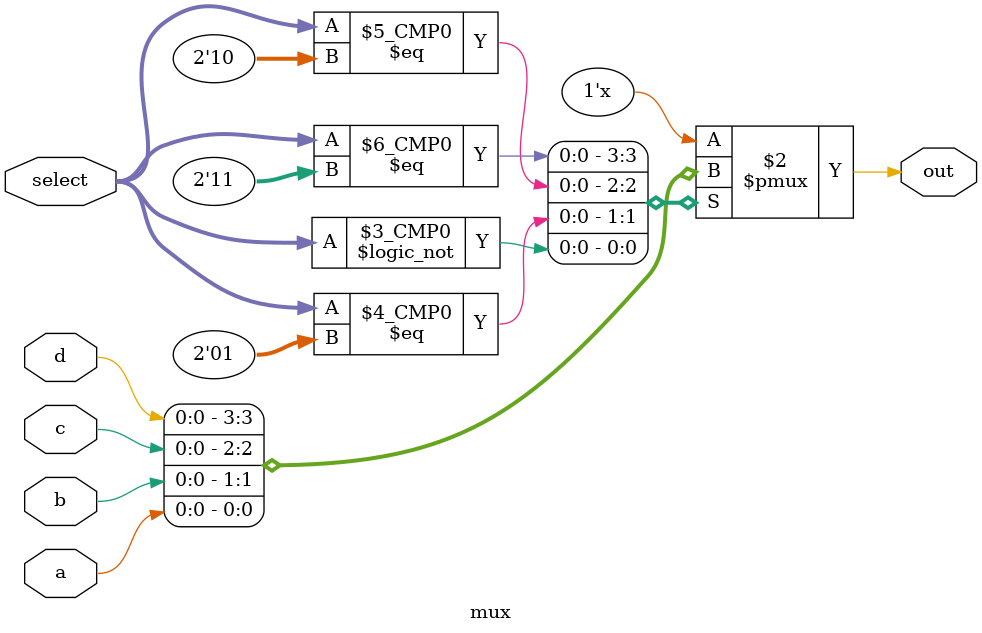
<source format=v>
module mux(a,b,c,d,select,out);

input a,b,c,d;
input [1:0]select;
output out;
reg out;

always@(a or b or c or d or select) begin
	case(select)
		2'b11: out <= d;
		2'b10: out <= c;
		2'b01: out <= b;
		2'b00: out <= a;
		
		
	endcase
end

endmodule

</source>
